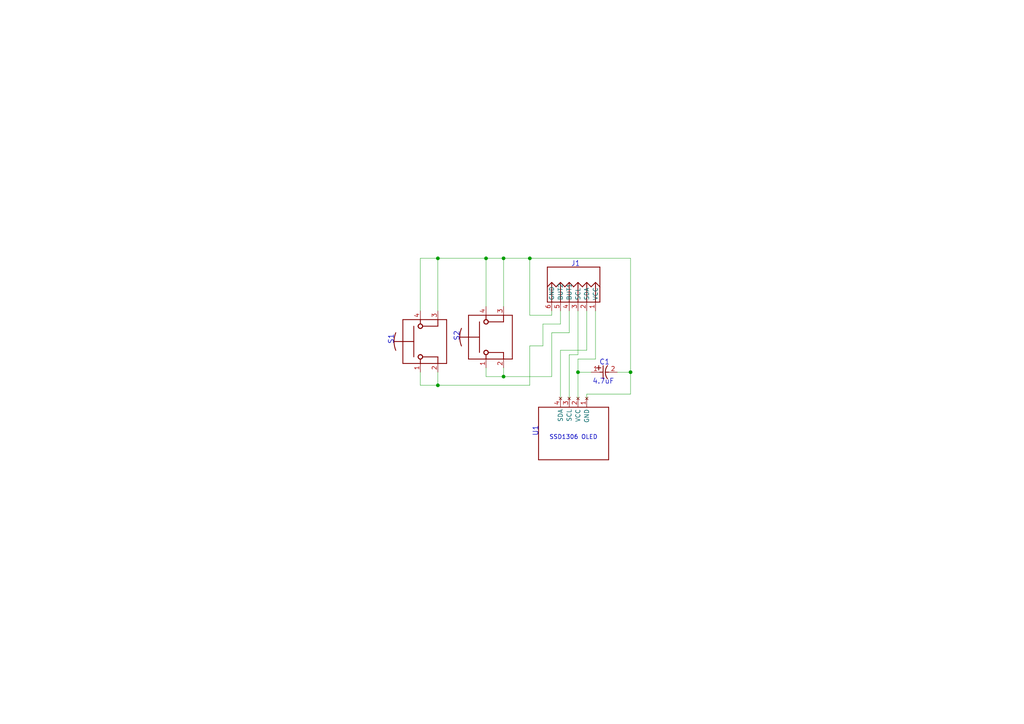
<source format=kicad_sch>
(kicad_sch (version 20231120) (generator "eeschema") (generator_version "8.0")
  (paper "A4")
  (lib_symbols
    (symbol "screenModule-eagle-import:B3W-4050"
      (symbol "B3W-4050_1_0"
        (polyline (pts (xy -6.35 -7.623) (xy -6.35 5.077)) (stroke (width 0.25)))
        (polyline (pts (xy -6.35 -5.077) (xy -4.445 -5.08)) (stroke (width 0.25)))
        (polyline (pts (xy -6.35 0.003) (xy -5.08 0.003)) (stroke (width 0.25)))
        (polyline (pts (xy -6.35 5.077) (xy 6.35 5.077)) (stroke (width 0.25)))
        (polyline (pts (xy -5.08 -0.009) (xy -5.08 0.003)) (stroke (width 0.254)))
        (polyline (pts (xy -5.08 0.003) (xy -5.072 0.103)) (stroke (width 0.254)))
        (polyline (pts (xy -5.072 -0.109) (xy -5.08 -0.009)) (stroke (width 0.254)))
        (polyline (pts (xy -5.072 0.103) (xy -5.049 0.199)) (stroke (width 0.254)))
        (polyline (pts (xy -5.049 -0.206) (xy -5.072 -0.109)) (stroke (width 0.254)))
        (polyline (pts (xy -5.049 0.199) (xy -5.011 0.291)) (stroke (width 0.254)))
        (polyline (pts (xy -5.011 -0.298) (xy -5.049 -0.206)) (stroke (width 0.254)))
        (polyline (pts (xy -5.011 0.291) (xy -4.959 0.376)) (stroke (width 0.254)))
        (polyline (pts (xy -4.959 -0.383) (xy -5.011 -0.298)) (stroke (width 0.254)))
        (polyline (pts (xy -4.959 0.376) (xy -4.894 0.452)) (stroke (width 0.254)))
        (polyline (pts (xy -4.894 -0.458) (xy -4.959 -0.383)) (stroke (width 0.254)))
        (polyline (pts (xy -4.894 0.452) (xy -4.818 0.517)) (stroke (width 0.254)))
        (polyline (pts (xy -4.818 -0.523) (xy -4.894 -0.458)) (stroke (width 0.254)))
        (polyline (pts (xy -4.818 0.517) (xy -4.733 0.569)) (stroke (width 0.254)))
        (polyline (pts (xy -4.733 -0.575) (xy -4.818 -0.523)) (stroke (width 0.254)))
        (polyline (pts (xy -4.733 0.569) (xy -4.641 0.607)) (stroke (width 0.254)))
        (polyline (pts (xy -4.641 -0.613) (xy -4.733 -0.575)) (stroke (width 0.254)))
        (polyline (pts (xy -4.641 0.607) (xy -4.544 0.63)) (stroke (width 0.254)))
        (polyline (pts (xy -4.544 -0.637) (xy -4.641 -0.613)) (stroke (width 0.254)))
        (polyline (pts (xy -4.544 0.63) (xy -4.445 0.638)) (stroke (width 0.254)))
        (polyline (pts (xy -4.445 -5.08) (xy -4.445 -0.635)) (stroke (width 0.25)))
        (polyline (pts (xy -4.445 -0.644) (xy -4.544 -0.637)) (stroke (width 0.254)))
        (polyline (pts (xy -4.445 0.638) (xy -4.346 0.63)) (stroke (width 0.254)))
        (polyline (pts (xy -4.445 1.905) (xy 4.445 1.905)) (stroke (width 0.25)))
        (polyline (pts (xy -4.346 -0.637) (xy -4.445 -0.644)) (stroke (width 0.254)))
        (polyline (pts (xy -4.346 0.63) (xy -4.249 0.607)) (stroke (width 0.254)))
        (polyline (pts (xy -4.249 -0.613) (xy -4.346 -0.637)) (stroke (width 0.254)))
        (polyline (pts (xy -4.249 0.607) (xy -4.157 0.569)) (stroke (width 0.254)))
        (polyline (pts (xy -4.157 -0.575) (xy -4.249 -0.613)) (stroke (width 0.254)))
        (polyline (pts (xy -4.157 0.569) (xy -4.072 0.517)) (stroke (width 0.254)))
        (polyline (pts (xy -4.072 -0.523) (xy -4.157 -0.575)) (stroke (width 0.254)))
        (polyline (pts (xy -4.072 0.517) (xy -3.996 0.452)) (stroke (width 0.254)))
        (polyline (pts (xy -3.996 -0.458) (xy -4.072 -0.523)) (stroke (width 0.254)))
        (polyline (pts (xy -3.996 0.452) (xy -3.931 0.376)) (stroke (width 0.254)))
        (polyline (pts (xy -3.931 -0.383) (xy -3.996 -0.458)) (stroke (width 0.254)))
        (polyline (pts (xy -3.931 0.376) (xy -3.879 0.291)) (stroke (width 0.254)))
        (polyline (pts (xy -3.879 -0.298) (xy -3.931 -0.383)) (stroke (width 0.254)))
        (polyline (pts (xy -3.879 0.291) (xy -3.841 0.199)) (stroke (width 0.254)))
        (polyline (pts (xy -3.841 -0.206) (xy -3.879 -0.298)) (stroke (width 0.254)))
        (polyline (pts (xy -3.841 0.199) (xy -3.818 0.103)) (stroke (width 0.254)))
        (polyline (pts (xy -3.818 -0.109) (xy -3.841 -0.206)) (stroke (width 0.254)))
        (polyline (pts (xy -3.818 0.103) (xy -3.81 0.003)) (stroke (width 0.254)))
        (polyline (pts (xy -3.81 -0.009) (xy -3.818 -0.109)) (stroke (width 0.254)))
        (polyline (pts (xy -3.81 0.003) (xy -3.81 -0.009)) (stroke (width 0.254)))
        (polyline (pts (xy 0 1.905) (xy 0 7.617)) (stroke (width 0.25)))
        (polyline (pts (xy 3.81 -0.009) (xy 3.81 0.003)) (stroke (width 0.254)))
        (polyline (pts (xy 3.81 0.003) (xy 3.818 0.103)) (stroke (width 0.254)))
        (polyline (pts (xy 3.818 -0.109) (xy 3.81 -0.009)) (stroke (width 0.254)))
        (polyline (pts (xy 3.818 0.103) (xy 3.841 0.199)) (stroke (width 0.254)))
        (polyline (pts (xy 3.841 -0.206) (xy 3.818 -0.109)) (stroke (width 0.254)))
        (polyline (pts (xy 3.841 0.199) (xy 3.879 0.291)) (stroke (width 0.254)))
        (polyline (pts (xy 3.879 -0.298) (xy 3.841 -0.206)) (stroke (width 0.254)))
        (polyline (pts (xy 3.879 0.291) (xy 3.931 0.376)) (stroke (width 0.254)))
        (polyline (pts (xy 3.931 -0.383) (xy 3.879 -0.298)) (stroke (width 0.254)))
        (polyline (pts (xy 3.931 0.376) (xy 3.996 0.452)) (stroke (width 0.254)))
        (polyline (pts (xy 3.996 -0.458) (xy 3.931 -0.383)) (stroke (width 0.254)))
        (polyline (pts (xy 3.996 0.452) (xy 4.072 0.517)) (stroke (width 0.254)))
        (polyline (pts (xy 4.072 -0.523) (xy 3.996 -0.458)) (stroke (width 0.254)))
        (polyline (pts (xy 4.072 0.517) (xy 4.157 0.569)) (stroke (width 0.254)))
        (polyline (pts (xy 4.157 -0.575) (xy 4.072 -0.523)) (stroke (width 0.254)))
        (polyline (pts (xy 4.157 0.569) (xy 4.249 0.607)) (stroke (width 0.254)))
        (polyline (pts (xy 4.249 -0.613) (xy 4.157 -0.575)) (stroke (width 0.254)))
        (polyline (pts (xy 4.249 0.607) (xy 4.346 0.63)) (stroke (width 0.254)))
        (polyline (pts (xy 4.346 -0.637) (xy 4.249 -0.613)) (stroke (width 0.254)))
        (polyline (pts (xy 4.346 0.63) (xy 4.445 0.638)) (stroke (width 0.254)))
        (polyline (pts (xy 4.445 -5.08) (xy 4.445 -0.635)) (stroke (width 0.25)))
        (polyline (pts (xy 4.445 -0.644) (xy 4.346 -0.637)) (stroke (width 0.254)))
        (polyline (pts (xy 4.445 0.638) (xy 4.544 0.63)) (stroke (width 0.254)))
        (polyline (pts (xy 4.544 -0.637) (xy 4.445 -0.644)) (stroke (width 0.254)))
        (polyline (pts (xy 4.544 0.63) (xy 4.641 0.607)) (stroke (width 0.254)))
        (polyline (pts (xy 4.641 -0.613) (xy 4.544 -0.637)) (stroke (width 0.254)))
        (polyline (pts (xy 4.641 0.607) (xy 4.733 0.569)) (stroke (width 0.254)))
        (polyline (pts (xy 4.733 -0.575) (xy 4.641 -0.613)) (stroke (width 0.254)))
        (polyline (pts (xy 4.733 0.569) (xy 4.818 0.517)) (stroke (width 0.254)))
        (polyline (pts (xy 4.818 -0.523) (xy 4.733 -0.575)) (stroke (width 0.254)))
        (polyline (pts (xy 4.818 0.517) (xy 4.894 0.452)) (stroke (width 0.254)))
        (polyline (pts (xy 4.894 -0.458) (xy 4.818 -0.523)) (stroke (width 0.254)))
        (polyline (pts (xy 4.894 0.452) (xy 4.959 0.376)) (stroke (width 0.254)))
        (polyline (pts (xy 4.959 -0.383) (xy 4.894 -0.458)) (stroke (width 0.254)))
        (polyline (pts (xy 4.959 0.376) (xy 5.011 0.291)) (stroke (width 0.254)))
        (polyline (pts (xy 5.011 -0.298) (xy 4.959 -0.383)) (stroke (width 0.254)))
        (polyline (pts (xy 5.011 0.291) (xy 5.049 0.199)) (stroke (width 0.254)))
        (polyline (pts (xy 5.049 -0.206) (xy 5.011 -0.298)) (stroke (width 0.254)))
        (polyline (pts (xy 5.049 0.199) (xy 5.072 0.103)) (stroke (width 0.254)))
        (polyline (pts (xy 5.072 -0.109) (xy 5.049 -0.206)) (stroke (width 0.254)))
        (polyline (pts (xy 5.072 0.103) (xy 5.08 0.003)) (stroke (width 0.254)))
        (polyline (pts (xy 5.08 -0.009) (xy 5.072 -0.109)) (stroke (width 0.254)))
        (polyline (pts (xy 5.08 0.003) (xy 5.08 -0.009)) (stroke (width 0.254)))
        (polyline (pts (xy 6.35 -7.623) (xy -6.35 -7.623)) (stroke (width 0.25)))
        (polyline (pts (xy 6.35 -5.077) (xy 4.445 -5.08)) (stroke (width 0.25)))
        (polyline (pts (xy 6.35 0.003) (xy 5.08 0.003)) (stroke (width 0.25)))
        (polyline (pts (xy 6.35 5.077) (xy 6.35 -7.623)) (stroke (width 0.25)))
        (arc (start 2.56 7.126) (mid 0.0005 7.6237) (end -2.5591 7.126) (stroke (width 0.254)))
        (pin passive line (at -8.89 0 0) (length 2.54) (name "A@2") (number "1"))
        (pin passive line (at -8.89 -5.08 0) (length 2.54) (name "A@1") (number "2"))
        (pin passive line (at 8.89 -5.08 180) (length 2.54) (name "B@2") (number "3"))
        (pin passive line (at 8.89 0 180) (length 2.54) (name "B@1") (number "4"))
      )
    )
    (symbol "screenModule-eagle-import:CAP100RP"
      (symbol "CAP100RP_1_0"
        (polyline (pts (xy -1.753 1.27) (xy -0.483 1.27)) (stroke (width 0.25)))
        (polyline (pts (xy -1.118 0.635) (xy -1.118 1.905)) (stroke (width 0.25)))
        (polyline (pts (xy -0.787 0) (xy 0.152 0)) (stroke (width 0.25)))
        (polyline (pts (xy 0.152 -1.905) (xy 0.152 1.905)) (stroke (width 0.25)))
        (polyline (pts (xy 0.787 0) (xy 1.753 0)) (stroke (width 0.25)))
        (arc (start 1.427 1.911) (mid 0.7874 0.0001) (end 1.4269 -1.9109) (stroke (width 0.254)))
        (pin passive line (at -3.327 0 0) (length 2.54) (name "PLUS") (number "1"))
        (pin passive line (at 4.293 0 180) (length 2.54) (name "MINUS") (number "2"))
      )
    )
    (symbol "screenModule-eagle-import:HDR-1X6"
      (symbol "HDR-1X6_1_0"
        (polyline (pts (xy -5.08 -7.62) (xy -5.08 7.62)) (stroke (width 0.25)))
        (polyline (pts (xy -5.08 7.62) (xy 5.08 7.62)) (stroke (width 0.25)))
        (polyline (pts (xy -0.635 -6.35) (xy 0.635 -7.62)) (stroke (width 0.25)))
        (polyline (pts (xy -0.635 -6.35) (xy 0.635 -5.08)) (stroke (width 0.25)))
        (polyline (pts (xy -0.635 -6.35) (xy 5.08 -6.35)) (stroke (width 0.25)))
        (polyline (pts (xy -0.635 -3.81) (xy 0.635 -5.08)) (stroke (width 0.25)))
        (polyline (pts (xy -0.635 -3.81) (xy 0.635 -2.54)) (stroke (width 0.25)))
        (polyline (pts (xy -0.635 -3.81) (xy 5.08 -3.81)) (stroke (width 0.25)))
        (polyline (pts (xy -0.635 -1.27) (xy 0.635 -2.54)) (stroke (width 0.25)))
        (polyline (pts (xy -0.635 -1.27) (xy 0.635 0)) (stroke (width 0.25)))
        (polyline (pts (xy -0.635 -1.27) (xy 5.08 -1.27)) (stroke (width 0.25)))
        (polyline (pts (xy -0.635 1.27) (xy 0.635 0)) (stroke (width 0.25)))
        (polyline (pts (xy -0.635 1.27) (xy 0.635 2.54)) (stroke (width 0.25)))
        (polyline (pts (xy -0.635 1.27) (xy 5.08 1.27)) (stroke (width 0.25)))
        (polyline (pts (xy -0.635 3.81) (xy 0.635 2.54)) (stroke (width 0.25)))
        (polyline (pts (xy -0.635 3.81) (xy 0.635 5.08)) (stroke (width 0.25)))
        (polyline (pts (xy -0.635 3.81) (xy 5.08 3.81)) (stroke (width 0.25)))
        (polyline (pts (xy -0.635 6.35) (xy 0.635 5.08)) (stroke (width 0.25)))
        (polyline (pts (xy -0.635 6.35) (xy 0.635 7.62)) (stroke (width 0.25)))
        (polyline (pts (xy -0.635 6.35) (xy 5.08 6.35)) (stroke (width 0.25)))
        (polyline (pts (xy 5.08 -7.62) (xy -5.08 -7.62)) (stroke (width 0.25)))
        (polyline (pts (xy 5.08 7.62) (xy 5.08 -7.62)) (stroke (width 0.25)))
        (pin passive line (at 7.62 6.35 180) (length 2.54) (name "VCC") (number "1"))
        (pin passive line (at 7.62 3.81 180) (length 2.54) (name "SDA") (number "2"))
        (pin passive line (at 7.62 1.27 180) (length 2.54) (name "SCL") (number "3"))
        (pin passive line (at 7.62 -1.27 180) (length 2.54) (name "BUT1") (number "4"))
        (pin passive line (at 7.62 -3.81 180) (length 2.54) (name "BUT2") (number "5"))
        (pin passive line (at 7.62 -6.35 180) (length 2.54) (name "GND") (number "6"))
      )
    )
    (symbol "screenModule-eagle-import:OLED_SSD1306_128X64"
      (symbol "OLED_SSD1306_128X64_1_0"
        (polyline (pts (xy -10.16 -7.62) (xy -10.16 7.62)) (stroke (width 0.25)))
        (polyline (pts (xy -10.16 7.62) (xy 10.16 7.62)) (stroke (width 0.25)))
        (polyline (pts (xy 10.16 -7.62) (xy -10.16 -7.62)) (stroke (width 0.25)))
        (polyline (pts (xy 10.16 7.62) (xy 10.16 -7.62)) (stroke (width 0.25)))
        (pin no_connect line (at -3.81 -10.16 90) (length 2.54) (name "GND") (number "1"))
        (pin no_connect line (at -1.27 -10.16 90) (length 2.54) (name "VCC") (number "2"))
        (pin no_connect line (at 1.27 -10.16 90) (length 2.54) (name "SCL") (number "3"))
        (pin no_connect line (at 3.81 -10.16 90) (length 2.54) (name "SDA") (number "4"))
      )
    )
  )
  (junction (at 140.97 74.93))
  (junction (at 153.67 74.93))
  (junction (at 127 111.76))
  (junction (at 146.05 74.93))
  (junction (at 167.64 107.95))
  (junction (at 146.05 109.22))
  (junction (at 182.88 107.95))
  (junction (at 127 74.93))
  (wire (pts (xy 165.1 90.17) (xy 165.1 96.52)) (stroke (width 0.1)))
  (wire (pts (xy 182.88 107.95) (xy 182.88 74.93)) (stroke (width 0.1)))
  (wire (pts (xy 140.97 88.9) (xy 140.97 74.93)) (stroke (width 0.1)))
  (wire (pts (xy 162.56 101.6) (xy 162.56 115.57)) (stroke (width 0.1)))
  (wire (pts (xy 182.88 114.3) (xy 182.88 107.95)) (stroke (width 0.1)))
  (wire (pts (xy 162.56 90.17) (xy 162.56 93.98)) (stroke (width 0.1)))
  (wire (pts (xy 167.64 104.14) (xy 172.72 104.14)) (stroke (width 0.1)))
  (wire (pts (xy 170.18 114.3) (xy 170.18 115.57)) (stroke (width 0.1)))
  (wire (pts (xy 121.92 90.17) (xy 121.92 74.93)) (stroke (width 0.1)))
  (wire (pts (xy 146.05 109.22) (xy 146.05 106.68)) (stroke (width 0.1)))
  (wire (pts (xy 160.02 91.44) (xy 160.02 90.17)) (stroke (width 0.1)))
  (wire (pts (xy 157.48 100.33) (xy 153.67 100.33)) (stroke (width 0.1)))
  (wire (pts (xy 127 111.76) (xy 121.92 111.76)) (stroke (width 0.1)))
  (wire (pts (xy 121.92 111.76) (xy 121.92 107.95)) (stroke (width 0.1)))
  (wire (pts (xy 171.45 107.95) (xy 167.64 107.95)) (stroke (width 0.1)))
  (wire (pts (xy 167.64 107.95) (xy 167.64 104.14)) (stroke (width 0.1)))
  (wire (pts (xy 160.02 109.22) (xy 146.05 109.22)) (stroke (width 0.1)))
  (wire (pts (xy 182.88 74.93) (xy 153.67 74.93)) (stroke (width 0.1)))
  (wire (pts (xy 153.67 111.76) (xy 127 111.76)) (stroke (width 0.1)))
  (wire (pts (xy 170.18 114.3) (xy 182.88 114.3)) (stroke (width 0.1)))
  (wire (pts (xy 165.1 115.57) (xy 165.1 102.87)) (stroke (width 0.1)))
  (wire (pts (xy 165.1 102.87) (xy 167.64 102.87)) (stroke (width 0.1)))
  (wire (pts (xy 146.05 74.93) (xy 153.67 74.93)) (stroke (width 0.1)))
  (wire (pts (xy 167.64 115.57) (xy 167.64 107.95)) (stroke (width 0.1)))
  (wire (pts (xy 140.97 74.93) (xy 146.05 74.93)) (stroke (width 0.1)))
  (wire (pts (xy 127 90.17) (xy 127 74.93)) (stroke (width 0.1)))
  (wire (pts (xy 170.18 101.6) (xy 162.56 101.6)) (stroke (width 0.1)))
  (wire (pts (xy 127 107.95) (xy 127 111.76)) (stroke (width 0.1)))
  (wire (pts (xy 153.67 74.93) (xy 153.67 91.44)) (stroke (width 0.1)))
  (wire (pts (xy 172.72 104.14) (xy 172.72 90.17)) (stroke (width 0.1)))
  (wire (pts (xy 157.48 93.98) (xy 157.48 100.33)) (stroke (width 0.1)))
  (wire (pts (xy 121.92 74.93) (xy 127 74.93)) (stroke (width 0.1)))
  (wire (pts (xy 140.97 109.22) (xy 146.05 109.22)) (stroke (width 0.1)))
  (wire (pts (xy 179.07 107.95) (xy 182.88 107.95)) (stroke (width 0.1)))
  (wire (pts (xy 170.18 90.17) (xy 170.18 101.6)) (stroke (width 0.1)))
  (wire (pts (xy 153.67 100.33) (xy 153.67 111.76)) (stroke (width 0.1)))
  (wire (pts (xy 167.64 102.87) (xy 167.64 90.17)) (stroke (width 0.1)))
  (wire (pts (xy 127 74.93) (xy 140.97 74.93)) (stroke (width 0.1)))
  (wire (pts (xy 153.67 91.44) (xy 160.02 91.44)) (stroke (width 0.1)))
  (wire (pts (xy 160.02 96.52) (xy 160.02 109.22)) (stroke (width 0.1)))
  (wire (pts (xy 146.05 88.9) (xy 146.05 74.93)) (stroke (width 0.1)))
  (wire (pts (xy 165.1 96.52) (xy 160.02 96.52)) (stroke (width 0.1)))
  (wire (pts (xy 140.97 106.68) (xy 140.97 109.22)) (stroke (width 0.1)))
  (wire (pts (xy 162.56 93.98) (xy 157.48 93.98)) (stroke (width 0.1)))
  (text "U1" (at 156.21 126.659 90) (effects (font (size 1.48 1.48)) (justify left bottom)))
  (text "C1" (at 173.813 106.039 0) (effects (font (size 1.48 1.48)) (justify left bottom)))
  (text "SSD1306 OLED" (at 173.355 127.635 0) (effects (font (size 1.233 1.233)) (justify right bottom)))
  (text "S2" (at 133.347 99.046 90) (effects (font (size 1.48 1.48)) (justify left bottom)))
  (text "J1" (at 165.587 77.47 0) (effects (font (size 1.48 1.48)) (justify left bottom)))
  (text "S1" (at 114.297 99.989 90) (effects (font (size 1.48 1.48)) (justify left bottom)))
  (text "4.7uF" (at 171.831 109.861 0) (effects (font (size 1.48 1.48)) (justify left top)))
  (symbol (lib_id "screenModule-eagle-import:CAP100RP") (at 174.777 107.95 0) (unit 1)
    (property "Reference" "C1" (effects (hide yes)))
    (property "Value" "4.7uF" (effects (hide yes)))
    (property "Footprint" "screenModule:CAPPR-2.54_5.08" (effects (hide yes)))
  )
  (symbol (lib_id "screenModule-eagle-import:B3W-4050") (at 140.97 97.79 90) (unit 1)
    (property "Reference" "S2" (effects (hide yes)))
    (property "Value" "B3W-4050" (effects (hide yes)))
    (property "Footprint" "screenModule:B3F-5" (effects (hide yes)))
  )
  (symbol (lib_id "screenModule-eagle-import:HDR-1X6") (at 166.37 82.55 270) (unit 1)
    (property "Reference" "J1" (effects (hide yes)))
    (property "Value" "HDR-1X6" (effects (hide yes)))
    (property "Footprint" "screenModule:HDR-1X6" (effects (hide yes)))
  )
  (symbol (lib_id "screenModule-eagle-import:B3W-4050") (at 121.92 99.06 90) (unit 1)
    (property "Reference" "S1" (effects (hide yes)))
    (property "Value" "B3W-4050" (effects (hide yes)))
    (property "Footprint" "screenModule:B3F-5" (effects (hide yes)))
  )
  (symbol (lib_id "screenModule-eagle-import:OLED_SSD1306_128X64") (at 166.37 125.73 180) (unit 1)
    (property "Reference" "U1" (effects (hide yes)))
    (property "Value" "OLED_SSD1306_128X64" (effects (hide yes)))
    (property "Footprint" "screenModule:OLED_SSD1306" (effects (hide yes)))
  )
)
</source>
